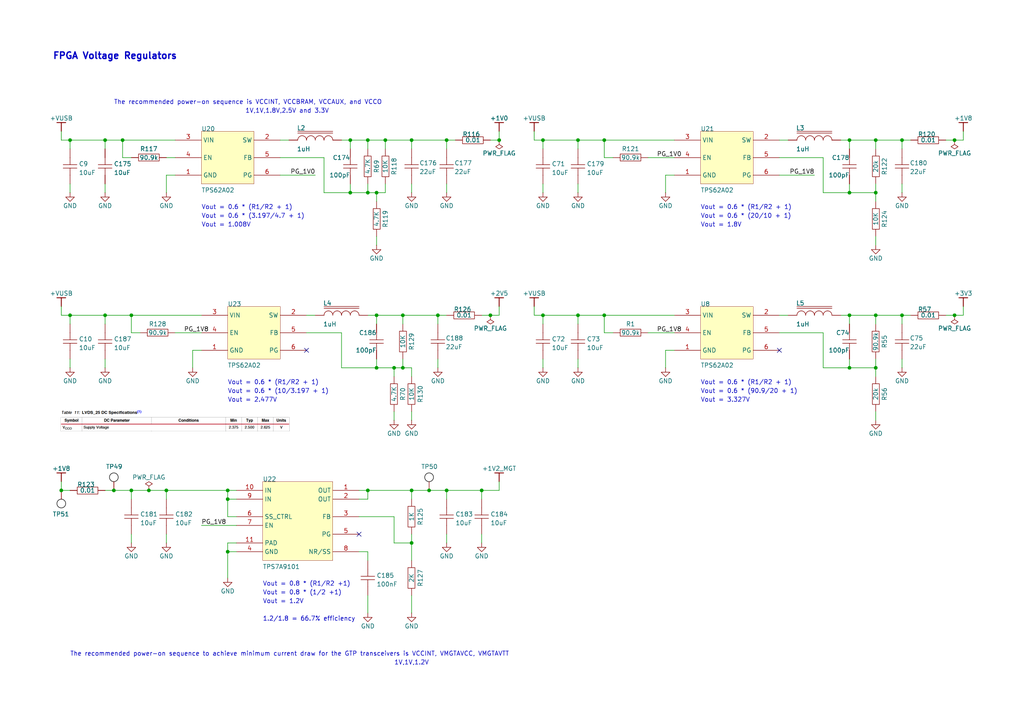
<source format=kicad_sch>
(kicad_sch (version 20250114) (generator "eeschema") (generator_version "9.0")
  (paper "A4")
  (title_block (title "ThunderScope") (rev "5") (company "EEVengers") (comment 1 "Aleksa Bjelogrlic"))
  (text "The recommended power-on sequence to achieve minimum current draw for the GTP transceivers is VCCINT, VMGTAVCC, VMGTAVTT" (at 20.32 190.5 0) (effects (font (size 1.27 1.27)) (justify left bottom)))
  (text "Vout = 0.8 * (1/2 +1)" (at 76.2 172.72 0) (effects (font (size 1.27 1.27)) (justify left bottom)))
  (text "Vout = 0.6 * (R1/R2 + 1)" (at 203.2 60.96 0) (effects (font (size 1.27 1.27)) (justify left bottom)))
  (text "Vout = 1.8V" (at 203.2 66.04 0) (effects (font (size 1.27 1.27)) (justify left bottom)))
  (text "FPGA Voltage Regulators" (at 15.24 15.24 0) (effects (font (size 1.905 1.905) (thickness 0.381) (bold yes)) (justify left top)))
  (text "Vout = 0.6 * (20/10 + 1)" (at 203.2 63.5 0) (effects (font (size 1.27 1.27)) (justify left bottom)))
  (text "Vout = 0.6 * (R1/R2 + 1)" (at 66.04 111.76 0) (effects (font (size 1.27 1.27)) (justify left bottom)))
  (text "Vout = 0.6 * (90.9/20 + 1)" (at 203.2 114.3 0) (effects (font (size 1.27 1.27)) (justify left bottom)))
  (text "Vout = 0.6 * (10/3.197 + 1)" (at 66.04 114.3 0) (effects (font (size 1.27 1.27)) (justify left bottom)))
  (text "Vout = 1.2V" (at 76.2 175.26 0) (effects (font (size 1.27 1.27)) (justify left bottom)))
  (text "1V,1V,1.2V" (at 119.38 193.04 0) (effects (font (size 1.27 1.27)) (justify bottom)))
  (text "Vout = 3.327V" (at 203.2 116.84 0) (effects (font (size 1.27 1.27)) (justify left bottom)))
  (text "Vout = 0.6 * (R1/R2 + 1)" (at 203.2 111.76 0) (effects (font (size 1.27 1.27)) (justify left bottom)))
  (text "Vout = 0.8 * (R1/R2 +1)" (at 76.2 170.18 0) (effects (font (size 1.27 1.27)) (justify left bottom)))
  (text "1.2/1.8 = 66.7% efficiency" (at 76.2 180.34 0) (effects (font (size 1.27 1.27) (thickness 0.1588)) (justify left bottom)))
  (text "Vout = 2.477V" (at 66.04 116.84 0) (effects (font (size 1.27 1.27)) (justify left bottom)))
  (text "The recommended power-on sequence is VCCINT, VCCBRAM, VCCAUX, and VCCO" (at 33.02 30.48 0) (effects (font (size 1.27 1.27)) (justify left bottom)))
  (text "Vout = 0.6 * (R1/R2 + 1)" (at 58.42 60.96 0) (effects (font (size 1.27 1.27)) (justify left bottom)))
  (text "Vout = 1.008V" (at 58.42 66.04 0) (effects (font (size 1.27 1.27)) (justify left bottom)))
  (text "1V,1V,1.8V,2.5V and 3.3V" (at 71.12 33.02 0) (effects (font (size 1.27 1.27)) (justify left bottom)))
  (text "Vout = 0.6 * (3.197/4.7 + 1)" (at 58.42 63.5 0) (effects (font (size 1.27 1.27)) (justify left bottom)))
  (junction (at 254 91.44))
  (junction (at 48.26 142.24))
  (junction (at 142.24 91.44))
  (junction (at 101.6 40.64))
  (junction (at 114.3 106.68))
  (junction (at 20.32 40.64))
  (junction (at 276.86 91.44))
  (junction (at 119.38 157.48))
  (junction (at 175.26 40.64))
  (junction (at 106.68 142.24))
  (junction (at 124.46 142.24))
  (junction (at 254 40.64))
  (junction (at 246.38 40.64))
  (junction (at 129.54 142.24))
  (junction (at 254 106.68))
  (junction (at 106.68 55.88))
  (junction (at 116.84 106.68))
  (junction (at 66.04 160.02))
  (junction (at 167.64 40.64))
  (junction (at 144.78 40.64))
  (junction (at 66.04 142.24))
  (junction (at 111.76 40.64))
  (junction (at 106.68 40.64))
  (junction (at 127 91.44))
  (junction (at 246.38 106.68))
  (junction (at 43.18 142.24))
  (junction (at 246.38 91.44))
  (junction (at 30.48 40.64))
  (junction (at 276.86 40.64))
  (junction (at 109.22 55.88))
  (junction (at 175.26 91.44))
  (junction (at 17.78 142.24))
  (junction (at 30.48 91.44))
  (junction (at 20.32 91.44))
  (junction (at 101.6 55.88))
  (junction (at 33.02 142.24))
  (junction (at 254 55.88))
  (junction (at 261.62 40.64))
  (junction (at 157.48 40.64))
  (junction (at 129.54 40.64))
  (junction (at 35.56 40.64))
  (junction (at 109.22 91.44))
  (junction (at 38.1 91.44))
  (junction (at 66.04 144.78))
  (junction (at 167.64 91.44))
  (junction (at 139.7 142.24))
  (junction (at 116.84 91.44))
  (junction (at 119.38 142.24))
  (junction (at 119.38 40.64))
  (junction (at 261.62 91.44))
  (junction (at 157.48 91.44))
  (junction (at 109.22 106.68))
  (junction (at 38.1 142.24))
  (junction (at 246.38 55.88))
  (no_connect (at 226.06 101.6))
  (no_connect (at 88.9 101.6))
  (no_connect (at 104.14 154.94))
  (wire (pts (xy 30.48 91.44) (xy 30.48 93.98)))
  (wire (pts (xy 129.54 40.64) (xy 132.08 40.64)))
  (wire (pts (xy 119.38 109.22) (xy 119.38 106.68)))
  (wire (pts (xy 20.32 55.88) (xy 20.32 53.34)))
  (wire (pts (xy 238.76 106.68) (xy 238.76 96.52)))
  (wire (pts (xy 246.38 104.14) (xy 246.38 106.68)))
  (wire (pts (xy 66.04 157.48) (xy 66.04 160.02)))
  (wire (pts (xy 254 55.88) (xy 254 53.34)))
  (wire (pts (xy 20.32 40.64) (xy 30.48 40.64)))
  (wire (pts (xy 157.48 106.68) (xy 157.48 104.14)))
  (wire (pts (xy 30.48 106.68) (xy 30.48 104.14)))
  (wire (pts (xy 35.56 45.72) (xy 38.1 45.72)))
  (wire (pts (xy 109.22 104.14) (xy 109.22 106.68)))
  (wire (pts (xy 167.64 55.88) (xy 167.64 53.34)))
  (wire (pts (xy 254 106.68) (xy 254 104.14)))
  (wire (pts (xy 246.38 55.88) (xy 238.76 55.88)))
  (wire (pts (xy 238.76 45.72) (xy 226.06 45.72)))
  (wire (pts (xy 261.62 55.88) (xy 261.62 53.34)))
  (wire (pts (xy 99.06 106.68) (xy 99.06 96.52)))
  (wire (pts (xy 38.1 96.52) (xy 40.64 96.52)))
  (wire (pts (xy 109.22 106.68) (xy 114.3 106.68)))
  (wire (pts (xy 66.04 160.02) (xy 66.04 167.64)))
  (wire (pts (xy 48.26 50.8) (xy 50.8 50.8)))
  (wire (pts (xy 187.96 45.72) (xy 195.58 45.72)))
  (wire (pts (xy 175.26 91.44) (xy 167.64 91.44)))
  (wire (pts (xy 129.54 157.48) (xy 129.54 154.94)))
  (wire (pts (xy 157.48 55.88) (xy 157.48 53.34)))
  (wire (pts (xy 157.48 40.64) (xy 157.48 43.18)))
  (wire (pts (xy 66.04 142.24) (xy 68.58 142.24)))
  (wire (pts (xy 195.58 40.64) (xy 175.26 40.64)))
  (wire (pts (xy 20.32 40.64) (xy 20.32 43.18)))
  (wire (pts (xy 157.48 91.44) (xy 167.64 91.44)))
  (wire (pts (xy 17.78 38.1) (xy 17.78 40.64)))
  (wire (pts (xy 276.86 91.44) (xy 279.4 91.44)))
  (wire (pts (xy 48.26 55.88) (xy 48.26 50.8)))
  (wire (pts (xy 116.84 93.98) (xy 116.84 91.44)))
  (wire (pts (xy 127 106.68) (xy 127 104.14)))
  (wire (pts (xy 261.62 106.68) (xy 261.62 104.14)))
  (wire (pts (xy 276.86 40.64) (xy 279.4 40.64)))
  (wire (pts (xy 111.76 40.64) (xy 119.38 40.64)))
  (wire (pts (xy 279.4 91.44) (xy 279.4 88.9)))
  (wire (pts (xy 144.78 142.24) (xy 144.78 139.7)))
  (wire (pts (xy 109.22 58.42) (xy 109.22 55.88)))
  (wire (pts (xy 274.32 91.44) (xy 276.86 91.44)))
  (wire (pts (xy 167.64 91.44) (xy 167.64 93.98)))
  (wire (pts (xy 17.78 88.9) (xy 17.78 91.44)))
  (wire (pts (xy 119.38 172.72) (xy 119.38 177.8)))
  (wire (pts (xy 106.68 40.64) (xy 111.76 40.64)))
  (wire (pts (xy 101.6 55.88) (xy 93.98 55.88)))
  (wire (pts (xy 261.62 91.44) (xy 264.16 91.44)))
  (wire (pts (xy 274.32 40.64) (xy 276.86 40.64)))
  (wire (pts (xy 261.62 91.44) (xy 254 91.44)))
  (wire (pts (xy 254 91.44) (xy 246.38 91.44)))
  (wire (pts (xy 20.32 91.44) (xy 20.32 93.98)))
  (wire (pts (xy 119.38 55.88) (xy 119.38 53.34)))
  (wire (pts (xy 68.58 144.78) (xy 66.04 144.78)))
  (wire (pts (xy 30.48 40.64) (xy 35.56 40.64)))
  (wire (pts (xy 20.32 91.44) (xy 30.48 91.44)))
  (wire (pts (xy 109.22 93.98) (xy 109.22 91.44)))
  (wire (pts (xy 154.94 91.44) (xy 157.48 91.44)))
  (wire (pts (xy 48.26 142.24) (xy 66.04 142.24)))
  (wire (pts (xy 139.7 142.24) (xy 139.7 144.78)))
  (wire (pts (xy 106.68 40.64) (xy 106.68 43.18)))
  (wire (pts (xy 104.14 144.78) (xy 106.68 144.78)))
  (wire (pts (xy 68.58 157.48) (xy 66.04 157.48)))
  (wire (pts (xy 106.68 144.78) (xy 106.68 142.24)))
  (wire (pts (xy 127 91.44) (xy 129.54 91.44)))
  (wire (pts (xy 81.28 40.64) (xy 83.82 40.64)))
  (wire (pts (xy 38.1 157.48) (xy 38.1 154.94)))
  (wire (pts (xy 175.26 45.72) (xy 177.8 45.72)))
  (wire (pts (xy 99.06 96.52) (xy 88.9 96.52)))
  (wire (pts (xy 119.38 142.24) (xy 124.46 142.24)))
  (wire (pts (xy 254 58.42) (xy 254 55.88)))
  (wire (pts (xy 20.32 106.68) (xy 20.32 104.14)))
  (wire (pts (xy 246.38 106.68) (xy 238.76 106.68)))
  (wire (pts (xy 254 43.18) (xy 254 40.64)))
  (wire (pts (xy 106.68 160.02) (xy 106.68 162.56)))
  (wire (pts (xy 119.38 40.64) (xy 129.54 40.64)))
  (wire (pts (xy 254 40.64) (xy 246.38 40.64)))
  (wire (pts (xy 114.3 119.38) (xy 114.3 121.92)))
  (wire (pts (xy 114.3 149.86) (xy 114.3 157.48)))
  (wire (pts (xy 114.3 106.68) (xy 116.84 106.68)))
  (wire (pts (xy 104.14 149.86) (xy 114.3 149.86)))
  (wire (pts (xy 254 106.68) (xy 246.38 106.68)))
  (wire (pts (xy 119.38 157.48) (xy 119.38 162.56)))
  (wire (pts (xy 144.78 91.44) (xy 144.78 88.9)))
  (wire (pts (xy 33.02 142.24) (xy 38.1 142.24)))
  (wire (pts (xy 43.18 142.24) (xy 48.26 142.24)))
  (wire (pts (xy 106.68 142.24) (xy 119.38 142.24)))
  (wire (pts (xy 111.76 40.64) (xy 111.76 43.18)))
  (wire (pts (xy 66.04 149.86) (xy 66.04 144.78)))
  (wire (pts (xy 30.48 40.64) (xy 30.48 43.18)))
  (wire (pts (xy 157.48 40.64) (xy 167.64 40.64)))
  (wire (pts (xy 48.26 142.24) (xy 48.26 144.78)))
  (wire (pts (xy 17.78 91.44) (xy 20.32 91.44)))
  (wire (pts (xy 66.04 144.78) (xy 66.04 142.24)))
  (wire (pts (xy 30.48 142.24) (xy 33.02 142.24)))
  (wire (pts (xy 116.84 106.68) (xy 116.84 104.14)))
  (wire (pts (xy 154.94 40.64) (xy 157.48 40.64)))
  (wire (pts (xy 246.38 53.34) (xy 246.38 55.88)))
  (wire (pts (xy 139.7 142.24) (xy 144.78 142.24)))
  (wire (pts (xy 93.98 55.88) (xy 93.98 45.72)))
  (wire (pts (xy 139.7 91.44) (xy 142.24 91.44)))
  (wire (pts (xy 254 119.38) (xy 254 121.92)))
  (wire (pts (xy 193.04 55.88) (xy 193.04 50.8)))
  (wire (pts (xy 104.14 142.24) (xy 106.68 142.24)))
  (wire (pts (xy 193.04 50.8) (xy 195.58 50.8)))
  (wire (pts (xy 226.06 50.8) (xy 236.22 50.8)))
  (wire (pts (xy 81.28 50.8) (xy 91.44 50.8)))
  (wire (pts (xy 193.04 101.6) (xy 195.58 101.6)))
  (wire (pts (xy 38.1 91.44) (xy 30.48 91.44)))
  (wire (pts (xy 175.26 96.52) (xy 177.8 96.52)))
  (wire (pts (xy 246.38 91.44) (xy 243.84 91.44)))
  (wire (pts (xy 226.06 40.64) (xy 228.6 40.64)))
  (wire (pts (xy 58.42 91.44) (xy 38.1 91.44)))
  (wire (pts (xy 175.26 40.64) (xy 175.26 45.72)))
  (wire (pts (xy 101.6 43.18) (xy 101.6 40.64)))
  (wire (pts (xy 238.76 96.52) (xy 226.06 96.52)))
  (wire (pts (xy 175.26 91.44) (xy 175.26 96.52)))
  (wire (pts (xy 261.62 43.18) (xy 261.62 40.64)))
  (wire (pts (xy 106.68 91.44) (xy 109.22 91.44)))
  (wire (pts (xy 109.22 55.88) (xy 111.76 55.88)))
  (wire (pts (xy 195.58 96.52) (xy 187.96 96.52)))
  (wire (pts (xy 101.6 40.64) (xy 99.06 40.64)))
  (wire (pts (xy 129.54 142.24) (xy 139.7 142.24)))
  (wire (pts (xy 142.24 91.44) (xy 144.78 91.44)))
  (wire (pts (xy 38.1 142.24) (xy 43.18 142.24)))
  (wire (pts (xy 114.3 157.48) (xy 119.38 157.48)))
  (wire (pts (xy 101.6 55.88) (xy 106.68 55.88)))
  (wire (pts (xy 114.3 106.68) (xy 114.3 109.22)))
  (wire (pts (xy 127 93.98) (xy 127 91.44)))
  (wire (pts (xy 129.54 55.88) (xy 129.54 53.34)))
  (wire (pts (xy 38.1 91.44) (xy 38.1 96.52)))
  (wire (pts (xy 167.64 106.68) (xy 167.64 104.14)))
  (wire (pts (xy 261.62 93.98) (xy 261.62 91.44)))
  (wire (pts (xy 35.56 40.64) (xy 35.56 45.72)))
  (wire (pts (xy 154.94 88.9) (xy 154.94 91.44)))
  (wire (pts (xy 129.54 142.24) (xy 129.54 144.78)))
  (wire (pts (xy 20.32 142.24) (xy 17.78 142.24)))
  (wire (pts (xy 167.64 40.64) (xy 167.64 43.18)))
  (wire (pts (xy 254 55.88) (xy 246.38 55.88)))
  (wire (pts (xy 119.38 154.94) (xy 119.38 157.48)))
  (wire (pts (xy 254 109.22) (xy 254 106.68)))
  (wire (pts (xy 157.48 91.44) (xy 157.48 93.98)))
  (wire (pts (xy 261.62 40.64) (xy 264.16 40.64)))
  (wire (pts (xy 55.88 101.6) (xy 58.42 101.6)))
  (wire (pts (xy 238.76 55.88) (xy 238.76 45.72)))
  (wire (pts (xy 101.6 53.34) (xy 101.6 55.88)))
  (wire (pts (xy 142.24 40.64) (xy 144.78 40.64)))
  (wire (pts (xy 279.4 40.64) (xy 279.4 38.1)))
  (wire (pts (xy 254 68.58) (xy 254 71.12)))
  (wire (pts (xy 48.26 45.72) (xy 50.8 45.72)))
  (wire (pts (xy 109.22 91.44) (xy 116.84 91.44)))
  (wire (pts (xy 50.8 40.64) (xy 35.56 40.64)))
  (wire (pts (xy 154.94 38.1) (xy 154.94 40.64)))
  (wire (pts (xy 106.68 55.88) (xy 106.68 53.34)))
  (wire (pts (xy 48.26 157.48) (xy 48.26 154.94)))
  (wire (pts (xy 17.78 139.7) (xy 17.78 142.24)))
  (wire (pts (xy 58.42 152.4) (xy 68.58 152.4)))
  (wire (pts (xy 124.46 142.24) (xy 129.54 142.24)))
  (wire (pts (xy 38.1 144.78) (xy 38.1 142.24)))
  (wire (pts (xy 93.98 45.72) (xy 81.28 45.72)))
  (wire (pts (xy 144.78 40.64) (xy 144.78 38.1)))
  (wire (pts (xy 109.22 68.58) (xy 109.22 71.12)))
  (wire (pts (xy 58.42 96.52) (xy 50.8 96.52)))
  (wire (pts (xy 246.38 40.64) (xy 243.84 40.64)))
  (wire (pts (xy 119.38 43.18) (xy 119.38 40.64)))
  (wire (pts (xy 104.14 160.02) (xy 106.68 160.02)))
  (wire (pts (xy 106.68 55.88) (xy 109.22 55.88)))
  (wire (pts (xy 116.84 106.68) (xy 119.38 106.68)))
  (wire (pts (xy 55.88 106.68) (xy 55.88 101.6)))
  (wire (pts (xy 30.48 55.88) (xy 30.48 53.34)))
  (wire (pts (xy 261.62 40.64) (xy 254 40.64)))
  (wire (pts (xy 106.68 177.8) (xy 106.68 172.72)))
  (wire (pts (xy 226.06 91.44) (xy 228.6 91.44)))
  (wire (pts (xy 246.38 93.98) (xy 246.38 91.44)))
  (wire (pts (xy 99.06 106.68) (xy 109.22 106.68)))
  (wire (pts (xy 88.9 91.44) (xy 91.44 91.44)))
  (wire (pts (xy 129.54 43.18) (xy 129.54 40.64)))
  (wire (pts (xy 68.58 149.86) (xy 66.04 149.86)))
  (wire (pts (xy 175.26 40.64) (xy 167.64 40.64)))
  (wire (pts (xy 119.38 144.78) (xy 119.38 142.24)))
  (wire (pts (xy 119.38 119.38) (xy 119.38 121.92)))
  (wire (pts (xy 68.58 160.02) (xy 66.04 160.02)))
  (wire (pts (xy 17.78 40.64) (xy 20.32 40.64)))
  (wire (pts (xy 193.04 106.68) (xy 193.04 101.6)))
  (wire (pts (xy 246.38 43.18) (xy 246.38 40.64)))
  (wire (pts (xy 139.7 157.48) (xy 139.7 154.94)))
  (wire (pts (xy 111.76 55.88) (xy 111.76 53.34)))
  (wire (pts (xy 175.26 91.44) (xy 195.58 91.44)))
  (wire (pts (xy 101.6 40.64) (xy 106.68 40.64)))
  (wire (pts (xy 254 93.98) (xy 254 91.44)))
  (wire (pts (xy 116.84 91.44) (xy 127 91.44)))
  (image (at 50.8 121.92) (scale 0.271677))
  (label "PG_1V0" (at 91.44 50.8 180))
  (label "PG_1V8" (at 53.34 96.52 0))
  (label "PG_1V8" (at 58.42 152.4 0))
  (label "PG_1V8" (at 190.5 96.52 0))
  (label "PG_1V8" (at 236.22 50.8 180))
  (label "PG_1V0" (at 190.5 45.72 0))
  (symbol (lib_id "Thunderscope_Rev5:GND") (at 20.32 55.88 0) (unit 1)
    (property "Reference" "#PWR0298" (effects (hide yes)))
    (property "Value" "GND" (at 20.32 59.69 0))
    (property "Description" "Power symbol creates a global label with name \"GND\" , ground" (effects (hide yes)))
  )
  (symbol (lib_id "Thunderscope_Rev5:GND") (at 129.54 55.88 0) (unit 1)
    (property "Reference" "#PWR0495" (effects (hide yes)))
    (property "Value" "GND" (at 129.54 59.69 0))
    (property "Description" "Power symbol creates a global label with name \"GND\" , ground" (effects (hide yes)))
  )
  (symbol (lib_id "Thunderscope_Rev5:+1V0_BAR") (at 144.78 38.1 180) (unit 1)
    (property "Reference" "#PWR0494" (effects (hide yes)))
    (property "Value" "+1V0" (at 144.78 34.29 0))
    (property "Description" "Power symbol creates a global label with name '+1V0'" (effects (hide yes)))
  )
  (symbol (lib_id "Thunderscope_Rev5:IC BUCK TPS62A02") (at 203.2 88.9 0) (unit 1)
    (property "Reference" "U8" (at 203.2 88.9 0) (effects (justify left bottom)))
    (property "Value" "TPS62A02" (at 203.2 106.68 0) (effects (justify left bottom)))
    (property "Footprint" "Thunderscope_Rev5:TI_SOT563_DRL0006A" (effects (hide yes)))
    (property "SUPPLIER 1" "Texas Instruments" (effects (hide yes)))
    (property "SUPPLIER PART NUMBER 1" "TPS62A02DRLR" (effects (hide yes)))
    (property "HOUSE PART NUMBER" "TPS62A02DRLR" (effects (hide yes)))
    (property "MANUFACTURER" "Texas Instruments" (effects (hide yes)))
    (property "MANUFACTURER PART NUMBER" "TPS62A02DRLR" (effects (hide yes)))
  )
  (symbol (lib_id "Thunderscope_Rev5:+VUSB") (at 154.94 38.1 180) (unit 1)
    (property "Reference" "#PWR0287" (effects (hide yes)))
    (property "Value" "+VUSB" (at 154.94 34.29 0))
    (property "Description" "Power symbol creates a global label with name '+VUSB'" (effects (hide yes)))
  )
  (symbol (lib_id "Thunderscope_Rev5:RES 90.9K OHM 1% 1/16W 0402") (at 45.72 96.52 0) (unit 1)
    (property "Reference" "R128" (at 45.72 93.98 0))
    (property "Value" "90.9k" (at 45.72 96.52 0))
    (property "Footprint" "Thunderscope_Rev5:GEN_R_0402" (effects (hide yes)))
    (property "TOLERANCE" "1%" (effects (hide yes)))
    (property "PACKAGE" "0402" (effects (hide yes)))
    (property "SUPPLIER 1" "Mouser" (effects (hide yes)))
    (property "SUPPLIER PART NUMBER 1" "603-RC0402FR-0790K9L" (effects (hide yes)))
    (property "MANUFACTURER" "Yageo" (effects (hide yes)))
    (property "MANUFACTURER PART NUMBER" "RC0402FR-0790K9L" (effects (hide yes)))
  )
  (symbol (lib_id "power:PWR_FLAG") (at 144.78 40.64 180) (unit 1)
    (property "Reference" "#FLG012" (effects (hide yes)))
    (property "Value" "PWR_FLAG" (at 144.78 44.45 0))
    (property "Description" "Special symbol for telling ERC where power comes from" (effects (hide yes)))
  )
  (symbol (lib_id "Thunderscope_Rev5:RES 0.01 OHM 1% 1/4W 0603") (at 269.24 40.64 0) (unit 1)
    (property "Reference" "R120" (at 266.24 39.664 0) (effects (justify left bottom)))
    (property "Value" "0.01" (at 269.24 40.64 0))
    (property "Footprint" "Thunderscope_Rev5:GEN_R_0603" (effects (hide yes)))
    (property "TOLERANCE" "1%" (effects (hide yes)))
    (property "SUPPLIER 1" "Mouser" (effects (hide yes)))
    (property "SUPPLIER PART NUMBER 1" "754-RL0816T-R010-F" (effects (hide yes)))
    (property "PACKAGE" "0603" (effects (hide yes)))
    (property "HOUSE PART NUMBER" "R-0.01-0603-1%-001" (effects (hide yes)))
    (property "MANUFACTURER" "Susumu" (effects (hide yes)))
    (property "MANUFACTURER PART NUMBER" "RL0816T-R010-F" (effects (hide yes)))
  )
  (symbol (lib_id "Thunderscope_Rev5:CAP 10uF 25V X5R 0603") (at 20.32 99.06 0) (unit 1)
    (property "Reference" "C10" (at 22.86 99.06 0) (effects (justify left bottom)))
    (property "Value" "10uF" (at 22.86 101.6 0) (effects (justify left bottom)))
    (property "Footprint" "Thunderscope_Rev5:GEN_C_0603" (effects (hide yes)))
    (property "PACKAGE" "0402" (effects (hide yes)))
    (property "VOLTAGE RATING" "25V" (effects (hide yes)))
    (property "SUPPLIER 1" "Mouser" (effects (hide yes)))
    (property "SUPPLIER PART NUMBER 1" "81-GRM188R61E106MA3D" (effects (hide yes)))
    (property "MANUFACTURER" "Murata" (effects (hide yes)))
    (property "MANUFACTURER PART NUMBER" "GRM188R61E106MA73D" (effects (hide yes)))
  )
  (symbol (lib_id "Thunderscope_Rev5:GND") (at 114.3 121.92 0) (unit 1)
    (property "Reference" "#PWR0328" (effects (hide yes)))
    (property "Value" "GND" (at 114.3 125.73 0))
    (property "Description" "Power symbol creates a global label with name \"GND\" , ground" (effects (hide yes)))
  )
  (symbol (lib_id "Thunderscope_Rev5:RES 4.7K OHM 1% 1/10W 0402") (at 114.3 114.3 90) (unit 1)
    (property "Reference" "R70" (at 116.84 114.3 0))
    (property "Value" "4.7K" (at 114.3 114.3 0))
    (property "Footprint" "Thunderscope_Rev5:GEN_R_0402" (effects (hide yes)))
    (property "TOLERANCE" "1%" (effects (hide yes)))
    (property "PACKAGE" "0402" (effects (hide yes)))
    (property "SUPPLIER 1" "Mouser" (effects (hide yes)))
    (property "SUPPLIER PART NUMBER 1" "667-ERJ-2RKF4701X" (effects (hide yes)))
    (property "MANUFACTURER" "Panasonic" (effects (hide yes)))
    (property "MANUFACTURER PART NUMBER" "ERJ-2RKF4701X" (effects (hide yes)))
  )
  (symbol (lib_id "Thunderscope_Rev5:GND") (at 109.22 71.12 0) (unit 1)
    (property "Reference" "#PWR0460" (effects (hide yes)))
    (property "Value" "GND" (at 109.22 74.93 0))
    (property "Description" "Power symbol creates a global label with name \"GND\" , ground" (effects (hide yes)))
  )
  (symbol (lib_id "Thunderscope_Rev5:RES 0.01 OHM 1% 1/4W 0603") (at 137.16 40.64 0) (unit 1)
    (property "Reference" "R116" (at 134.16 39.664 0) (effects (justify left bottom)))
    (property "Value" "0.01" (at 137.16 40.64 0))
    (property "Footprint" "Thunderscope_Rev5:GEN_R_0603" (effects (hide yes)))
    (property "TOLERANCE" "1%" (effects (hide yes)))
    (property "SUPPLIER 1" "Mouser" (effects (hide yes)))
    (property "SUPPLIER PART NUMBER 1" "754-RL0816T-R010-F" (effects (hide yes)))
    (property "PACKAGE" "0603" (effects (hide yes)))
    (property "HOUSE PART NUMBER" "R-0.01-0603-1%-001" (effects (hide yes)))
    (property "MANUFACTURER" "Susumu" (effects (hide yes)))
    (property "MANUFACTURER PART NUMBER" "RL0816T-R010-F" (effects (hide yes)))
  )
  (symbol (lib_id "Thunderscope_Rev5:CAP 22uF 25V X5R 0805") (at 261.62 99.06 0) (unit 1)
    (property "Reference" "C75" (at 263.874 98.806 0) (effects (justify left bottom)))
    (property "Value" "22uF" (at 263.874 101.346 0) (effects (justify left bottom)))
    (property "Footprint" "Thunderscope_Rev5:GEN_C_0805" (effects (hide yes)))
    (property "PACKAGE" "0805" (effects (hide yes)))
    (property "VOLTAGE RATING" "25V" (effects (hide yes)))
    (property "SUPPLIER 1" "Mouser" (effects (hide yes)))
    (property "SUPPLIER PART NUMBER 1" "81-GRM21BR61E226ME4L" (effects (hide yes)))
    (property "HOUSE PART NUMBER" "C-22uF-0805-002" (effects (hide yes)))
    (property "MANUFACTURER" "Murata" (effects (hide yes)))
    (property "MANUFACTURER PART NUMBER" "GRM21BR61E226ME44L" (effects (hide yes)))
  )
  (symbol (lib_id "Thunderscope_Rev5:GND") (at 129.54 157.48 0) (unit 1)
    (property "Reference" "#PWR0487" (effects (hide yes)))
    (property "Value" "GND" (at 129.54 161.29 0))
    (property "Description" "Power symbol creates a global label with name \"GND\" , ground" (effects (hide yes)))
  )
  (symbol (lib_id "Thunderscope_Rev5:GND") (at 30.48 106.68 0) (unit 1)
    (property "Reference" "#PWR0463" (effects (hide yes)))
    (property "Value" "GND" (at 30.48 110.49 0))
    (property "Description" "Power symbol creates a global label with name \"GND\" , ground" (effects (hide yes)))
  )
  (symbol (lib_id "Thunderscope_Rev5:CAP 100nF 16V X7R 0402") (at 106.68 167.64 0) (unit 1)
    (property "Reference" "C185" (at 109.22 167.64 0) (effects (justify left bottom)))
    (property "Value" "100nF" (at 109.22 170.18 0) (effects (justify left bottom)))
    (property "Footprint" "Thunderscope_Rev5:GEN_C_0402" (effects (hide yes)))
    (property "PACKAGE" "0402" (effects (hide yes)))
    (property "VOLTAGE RATING" "16V" (effects (hide yes)))
    (property "SUPPLIER 1" "Mouser" (effects (hide yes)))
    (property "SUPPLIER PART NUMBER 1" "81-GCM155R71C104KA5D" (effects (hide yes)))
    (property "HOUSE PART NUMBER" "C-100nF-0402-002" (effects (hide yes)))
    (property "MANUFACTURER" "Murata" (effects (hide yes)))
    (property "MANUFACTURER PART NUMBER" "GCM155R71C104KA55D" (effects (hide yes)))
  )
  (symbol (lib_id "Thunderscope_Rev5:GND") (at 20.32 106.68 0) (unit 1)
    (property "Reference" "#PWR0301" (effects (hide yes)))
    (property "Value" "GND" (at 20.32 110.49 0))
    (property "Description" "Power symbol creates a global label with name \"GND\" , ground" (effects (hide yes)))
  )
  (symbol (lib_id "Thunderscope_Rev5:IC BUCK TPS62A02") (at 58.42 38.1 0) (unit 1)
    (property "Reference" "U20" (at 58.42 38.1 0) (effects (justify left bottom)))
    (property "Value" "TPS62A02" (at 58.42 55.88 0) (effects (justify left bottom)))
    (property "Footprint" "Thunderscope_Rev5:TI_SOT563_DRL0006A" (effects (hide yes)))
    (property "SUPPLIER 1" "Texas Instruments" (effects (hide yes)))
    (property "SUPPLIER PART NUMBER 1" "TPS62A02DRLR" (effects (hide yes)))
    (property "HOUSE PART NUMBER" "TPS62A02DRLR" (effects (hide yes)))
    (property "MANUFACTURER" "Texas Instruments" (effects (hide yes)))
    (property "MANUFACTURER PART NUMBER" "TPS62A02DRLR" (effects (hide yes)))
  )
  (symbol (lib_id "Thunderscope_Rev5:RES 20K OHM 1% 1/16W 0402") (at 254 114.3 0) (unit 1)
    (property "Reference" "R56" (at 256.54 114.3 90))
    (property "Value" "20k" (at 254 114.3 90))
    (property "Footprint" "Thunderscope_Rev5:GEN_R_0402" (effects (hide yes)))
    (property "TOLERANCE" "1%" (effects (hide yes)))
    (property "PACKAGE" "0402" (effects (hide yes)))
    (property "SUPPLIER 1" "Mouser" (effects (hide yes)))
    (property "SUPPLIER PART NUMBER 1" "603-RC0402FR-0720KL" (effects (hide yes)))
    (property "MANUFACTURER" "Yageo" (effects (hide yes)))
    (property "MANUFACTURER PART NUMBER" "RC0402FR-0720KL" (effects (hide yes)))
  )
  (symbol (lib_id "Thunderscope_Rev5:CAP 100pF 50V C0G 0402") (at 101.6 48.26 0) (unit 1)
    (property "Reference" "C174" (at 101.6 45.72 0) (effects (justify right)))
    (property "Value" "100pF" (at 101.6 50.8 0) (effects (justify right)))
    (property "Footprint" "Thunderscope_Rev5:GEN_C_0402" (effects (hide yes)))
    (property "PACKAGE" "0402" (effects (hide yes)))
    (property "TEMPERATURE COEFFICIENT" "C0G" (effects (hide yes)))
    (property "VOLTAGE RATING" "50V" (effects (hide yes)))
    (property "SUPPLIER 1" "Mouser" (effects (hide yes)))
    (property "SUPPLIER PART NUMBER 1" "81-GCM1555C1H101FA6D" (effects (hide yes)))
    (property "MANUFACTURER" "Murata" (effects (hide yes)))
    (property "MANUFACTURER PART NUMBER" "GCM1555C1H101FA16D" (effects (hide yes)))
  )
  (symbol (lib_id "Thunderscope_Rev5:RES 10K OHM 1% 1/10W 0402") (at 119.38 114.3 90) (unit 1)
    (property "Reference" "R130" (at 121.92 114.3 0))
    (property "Value" "10K" (at 119.38 114.3 0))
    (property "Footprint" "Thunderscope_Rev5:GEN_R_0402" (effects (hide yes)))
    (property "TOLERANCE" "1%" (effects (hide yes)))
    (property "PACKAGE" "0402" (effects (hide yes)))
    (property "SUPPLIER 1" "Mouser" (effects (hide yes)))
    (property "SUPPLIER PART NUMBER 1" "667-ERJ-2RKF1002X" (effects (hide yes)))
    (property "MANUFACTURER" "Panasonic" (effects (hide yes)))
    (property "MANUFACTURER PART NUMBER" "ERJ-2RKF1002X" (effects (hide yes)))
  )
  (symbol (lib_id "Thunderscope_Rev5:GND") (at 66.04 167.64 0) (unit 1)
    (property "Reference" "#PWR0482" (effects (hide yes)))
    (property "Value" "GND" (at 66.04 171.45 0))
    (property "Description" "Power symbol creates a global label with name \"GND\" , ground" (effects (hide yes)))
  )
  (symbol (lib_id "Thunderscope_Rev5:RES 4.7K OHM 1% 1/10W 0402") (at 106.68 48.26 90) (unit 1)
    (property "Reference" "R69" (at 109.22 48.26 0))
    (property "Value" "4.7K" (at 106.68 48.26 0))
    (property "Footprint" "Thunderscope_Rev5:GEN_R_0402" (effects (hide yes)))
    (property "TOLERANCE" "1%" (effects (hide yes)))
    (property "PACKAGE" "0402" (effects (hide yes)))
    (property "SUPPLIER 1" "Mouser" (effects (hide yes)))
    (property "SUPPLIER PART NUMBER 1" "667-ERJ-2RKF4701X" (effects (hide yes)))
    (property "MANUFACTURER" "Panasonic" (effects (hide yes)))
    (property "MANUFACTURER PART NUMBER" "ERJ-2RKF4701X" (effects (hide yes)))
  )
  (symbol (lib_id "Thunderscope_Rev5:RES 1K OHM 1% 1/10W 0402") (at 119.38 149.86 0) (unit 1)
    (property "Reference" "R125" (at 121.92 149.86 90))
    (property "Value" "1K" (at 119.38 149.86 90))
    (property "Footprint" "Thunderscope_Rev5:GEN_R_0402" (effects (hide yes)))
    (property "TOLERANCE" "1%" (effects (hide yes)))
    (property "PACKAGE" "0402" (effects (hide yes)))
    (property "SUPPLIER 1" "Mouser" (effects (hide yes)))
    (property "SUPPLIER PART NUMBER 1" "603-RC0402FR-071KL" (effects (hide yes)))
    (property "HOUSE PART NUMBER" "R-1K-0402-1%-001" (effects (hide yes)))
    (property "MANUFACTURER" "Yageo" (effects (hide yes)))
    (property "MANUFACTURER PART NUMBER" "RC0402FR-071KL" (effects (hide yes)))
  )
  (symbol (lib_id "Thunderscope_Rev5:CAP 10uF 25V X5R 0603") (at 48.26 149.86 0) (unit 1)
    (property "Reference" "C182" (at 50.8 149.86 0) (effects (justify left bottom)))
    (property "Value" "10uF" (at 50.8 152.4 0) (effects (justify left bottom)))
    (property "Footprint" "Thunderscope_Rev5:GEN_C_0603" (effects (hide yes)))
    (property "PACKAGE" "0402" (effects (hide yes)))
    (property "VOLTAGE RATING" "25V" (effects (hide yes)))
    (property "SUPPLIER 1" "Mouser" (effects (hide yes)))
    (property "SUPPLIER PART NUMBER 1" "81-GRM188R61E106MA3D" (effects (hide yes)))
    (property "MANUFACTURER" "Murata" (effects (hide yes)))
    (property "MANUFACTURER PART NUMBER" "GRM188R61E106MA73D" (effects (hide yes)))
  )
  (symbol (lib_id "Thunderscope_Rev5:GND") (at 139.7 157.48 0) (unit 1)
    (property "Reference" "#PWR0486" (effects (hide yes)))
    (property "Value" "GND" (at 139.7 161.29 0))
    (property "Description" "Power symbol creates a global label with name \"GND\" , ground" (effects (hide yes)))
  )
  (symbol (lib_id "Thunderscope_Rev5:CAP 100pF 50V C0G 0402") (at 246.38 48.26 0) (unit 1)
    (property "Reference" "C178" (at 246.38 45.72 0) (effects (justify right)))
    (property "Value" "100pF" (at 246.38 50.8 0) (effects (justify right)))
    (property "Footprint" "Thunderscope_Rev5:GEN_C_0402" (effects (hide yes)))
    (property "PACKAGE" "0402" (effects (hide yes)))
    (property "TEMPERATURE COEFFICIENT" "C0G" (effects (hide yes)))
    (property "VOLTAGE RATING" "50V" (effects (hide yes)))
    (property "SUPPLIER 1" "Mouser" (effects (hide yes)))
    (property "SUPPLIER PART NUMBER 1" "81-GCM1555C1H101FA6D" (effects (hide yes)))
    (property "MANUFACTURER" "Murata" (effects (hide yes)))
    (property "MANUFACTURER PART NUMBER" "GCM1555C1H101FA16D" (effects (hide yes)))
  )
  (symbol (lib_id "Thunderscope_Rev5:GND") (at 48.26 55.88 0) (unit 1)
    (property "Reference" "#PWR0471" (effects (hide yes)))
    (property "Value" "GND" (at 48.26 59.69 0))
    (property "Description" "Power symbol creates a global label with name \"GND\" , ground" (effects (hide yes)))
  )
  (symbol (lib_id "Thunderscope_Rev5:+1V8_BAR") (at 279.4 38.1 180) (unit 1)
    (property "Reference" "#PWR0490" (effects (hide yes)))
    (property "Value" "+1V8" (at 279.4 34.29 0))
    (property "Description" "Power symbol creates a global label with name '+1V8'" (effects (hide yes)))
  )
  (symbol (lib_id "power:PWR_FLAG") (at 276.86 40.64 180) (unit 1)
    (property "Reference" "#FLG013" (effects (hide yes)))
    (property "Value" "PWR_FLAG" (at 276.86 44.45 0))
    (property "Description" "Special symbol for telling ERC where power comes from" (effects (hide yes)))
  )
  (symbol (lib_id "Thunderscope_Rev5:RES 0.01 OHM 1% 1/4W 0603") (at 25.4 142.24 0) (unit 1)
    (property "Reference" "R123" (at 22.4 141.264 0) (effects (justify left bottom)))
    (property "Value" "0.01" (at 25.4 142.24 0))
    (property "Footprint" "Thunderscope_Rev5:GEN_R_0603" (effects (hide yes)))
    (property "TOLERANCE" "1%" (effects (hide yes)))
    (property "SUPPLIER 1" "Mouser" (effects (hide yes)))
    (property "SUPPLIER PART NUMBER 1" "754-RL0816T-R010-F" (effects (hide yes)))
    (property "PACKAGE" "0603" (effects (hide yes)))
    (property "HOUSE PART NUMBER" "R-0.01-0603-1%-001" (effects (hide yes)))
    (property "MANUFACTURER" "Susumu" (effects (hide yes)))
    (property "MANUFACTURER PART NUMBER" "RL0816T-R010-F" (effects (hide yes)))
  )
  (symbol (lib_id "Thunderscope_Rev5:IND 1uH 5.5A 32 MOHM 1210") (at 99.06 91.44 0) (unit 1)
    (property "Reference" "L4" (at 93.726 88.646 0) (effects (justify left bottom)))
    (property "Value" "1uH" (at 93.726 94.742 0) (effects (justify left bottom)))
    (property "Footprint" "Thunderscope_Rev5:GEN_L_1210" (effects (hide yes)))
    (property "SUPPLIER 1" "Mouser" (effects (hide yes)))
    (property "SUPPLIER PART NUMBER 1" "652-SRP3212-1R0M" (effects (hide yes)))
    (property "HOUSE PART NUMBER" "SRP3212-1R0M" (effects (hide yes)))
    (property "MANUFACTURER" "Bourns" (effects (hide yes)))
    (property "MANUFACTURER PART NUMBER" "SRP3212-1R0M" (effects (hide yes)))
  )
  (symbol (lib_id "Thunderscope_Rev5:TP PCB 1mm") (at 124.46 142.24 90) (unit 1) (in_bom no)
    (property "Reference" "TP50" (at 127 134.62 90) (effects (justify left bottom)))
    (property "Value" "PCB" (effects (hide yes)))
    (property "Footprint" "Thunderscope_Rev5:GEN_TP_PCB" (effects (hide yes)))
  )
  (symbol (lib_id "Thunderscope_Rev5:RES 90.9K OHM 1% 1/16W 0402") (at 182.88 96.52 0) (unit 1)
    (property "Reference" "R1" (at 182.88 93.98 0))
    (property "Value" "90.9k" (at 182.88 96.52 0))
    (property "Footprint" "Thunderscope_Rev5:GEN_R_0402" (effects (hide yes)))
    (property "TOLERANCE" "1%" (effects (hide yes)))
    (property "PACKAGE" "0402" (effects (hide yes)))
    (property "SUPPLIER 1" "Mouser" (effects (hide yes)))
    (property "SUPPLIER PART NUMBER 1" "603-RC0402FR-0790K9L" (effects (hide yes)))
    (property "MANUFACTURER" "Yageo" (effects (hide yes)))
    (property "MANUFACTURER PART NUMBER" "RC0402FR-0790K9L" (effects (hide yes)))
  )
  (symbol (lib_id "Thunderscope_Rev5:GND") (at 55.88 106.68 0) (unit 1)
    (property "Reference" "#PWR0465" (effects (hide yes)))
    (property "Value" "GND" (at 55.88 110.49 0))
    (property "Description" "Power symbol creates a global label with name \"GND\" , ground" (effects (hide yes)))
  )
  (symbol (lib_id "Thunderscope_Rev5:CAP 10uF 25V X5R 0603") (at 20.32 48.26 0) (unit 1)
    (property "Reference" "C9" (at 22.86 48.26 0) (effects (justify left bottom)))
    (property "Value" "10uF" (at 22.86 50.8 0) (effects (justify left bottom)))
    (property "Footprint" "Thunderscope_Rev5:GEN_C_0603" (effects (hide yes)))
    (property "PACKAGE" "0402" (effects (hide yes)))
    (property "VOLTAGE RATING" "25V" (effects (hide yes)))
    (property "SUPPLIER 1" "Mouser" (effects (hide yes)))
    (property "SUPPLIER PART NUMBER 1" "81-GRM188R61E106MA3D" (effects (hide yes)))
    (property "MANUFACTURER" "Murata" (effects (hide yes)))
    (property "MANUFACTURER PART NUMBER" "GRM188R61E106MA73D" (effects (hide yes)))
  )
  (symbol (lib_id "Thunderscope_Rev5:CAP 10uF 25V X5R 0603") (at 139.7 149.86 0) (unit 1)
    (property "Reference" "C184" (at 142.24 149.86 0) (effects (justify left bottom)))
    (property "Value" "10uF" (at 142.24 152.4 0) (effects (justify left bottom)))
    (property "Footprint" "Thunderscope_Rev5:GEN_C_0603" (effects (hide yes)))
    (property "PACKAGE" "0402" (effects (hide yes)))
    (property "VOLTAGE RATING" "25V" (effects (hide yes)))
    (property "SUPPLIER 1" "Mouser" (effects (hide yes)))
    (property "SUPPLIER PART NUMBER 1" "81-GRM188R61E106MA3D" (effects (hide yes)))
    (property "MANUFACTURER" "Murata" (effects (hide yes)))
    (property "MANUFACTURER PART NUMBER" "GRM188R61E106MA73D" (effects (hide yes)))
  )
  (symbol (lib_id "Thunderscope_Rev5:IND 1uH 5.5A 32 MOHM 1210") (at 236.22 40.64 0) (unit 1)
    (property "Reference" "L3" (at 230.886 37.846 0) (effects (justify left bottom)))
    (property "Value" "1uH" (at 230.886 43.942 0) (effects (justify left bottom)))
    (property "Footprint" "Thunderscope_Rev5:GEN_L_1210" (effects (hide yes)))
    (property "SUPPLIER 1" "Mouser" (effects (hide yes)))
    (property "SUPPLIER PART NUMBER 1" "652-SRP3212-1R0M" (effects (hide yes)))
    (property "HOUSE PART NUMBER" "SRP3212-1R0M" (effects (hide yes)))
    (property "MANUFACTURER" "Bourns" (effects (hide yes)))
    (property "MANUFACTURER PART NUMBER" "SRP3212-1R0M" (effects (hide yes)))
  )
  (symbol (lib_id "Thunderscope_Rev5:GND") (at 254 121.92 0) (unit 1)
    (property "Reference" "#PWR0294" (effects (hide yes)))
    (property "Value" "GND" (at 254 125.73 0))
    (property "Description" "Power symbol creates a global label with name \"GND\" , ground" (effects (hide yes)))
  )
  (symbol (lib_id "Thunderscope_Rev5:TP PCB 1mm") (at 33.02 142.24 90) (unit 1) (in_bom no)
    (property "Reference" "TP49" (at 35.56 134.62 90) (effects (justify left bottom)))
    (property "Value" "PCB" (effects (hide yes)))
    (property "Footprint" "Thunderscope_Rev5:GEN_TP_PCB" (effects (hide yes)))
  )
  (symbol (lib_id "Thunderscope_Rev5:CAP 22uF 25V X5R 0805") (at 261.62 48.26 0) (unit 1)
    (property "Reference" "C180" (at 263.874 48.006 0) (effects (justify left bottom)))
    (property "Value" "22uF" (at 263.874 50.546 0) (effects (justify left bottom)))
    (property "Footprint" "Thunderscope_Rev5:GEN_C_0805" (effects (hide yes)))
    (property "PACKAGE" "0805" (effects (hide yes)))
    (property "VOLTAGE RATING" "25V" (effects (hide yes)))
    (property "SUPPLIER 1" "Mouser" (effects (hide yes)))
    (property "SUPPLIER PART NUMBER 1" "81-GRM21BR61E226ME4L" (effects (hide yes)))
    (property "HOUSE PART NUMBER" "C-22uF-0805-002" (effects (hide yes)))
    (property "MANUFACTURER" "Murata" (effects (hide yes)))
    (property "MANUFACTURER PART NUMBER" "GRM21BR61E226ME44L" (effects (hide yes)))
  )
  (symbol (lib_id "Thunderscope_Rev5:GND") (at 167.64 106.68 0) (unit 1)
    (property "Reference" "#PWR0291" (effects (hide yes)))
    (property "Value" "GND" (at 167.64 110.49 0))
    (property "Description" "Power symbol creates a global label with name \"GND\" , ground" (effects (hide yes)))
  )
  (symbol (lib_id "Thunderscope_Rev5:GND") (at 157.48 55.88 0) (unit 1)
    (property "Reference" "#PWR0299" (effects (hide yes)))
    (property "Value" "GND" (at 157.48 59.69 0))
    (property "Description" "Power symbol creates a global label with name \"GND\" , ground" (effects (hide yes)))
  )
  (symbol (lib_id "Thunderscope_Rev5:RES 10K OHM 1% 1/10W 0402") (at 116.84 99.06 270) (unit 1)
    (property "Reference" "R129" (at 119.38 99.06 0))
    (property "Value" "10K" (at 116.84 99.06 0))
    (property "Footprint" "Thunderscope_Rev5:GEN_R_0402" (effects (hide yes)))
    (property "TOLERANCE" "1%" (effects (hide yes)))
    (property "PACKAGE" "0402" (effects (hide yes)))
    (property "SUPPLIER 1" "Mouser" (effects (hide yes)))
    (property "SUPPLIER PART NUMBER 1" "667-ERJ-2RKF1002X" (effects (hide yes)))
    (property "MANUFACTURER" "Panasonic" (effects (hide yes)))
    (property "MANUFACTURER PART NUMBER" "ERJ-2RKF1002X" (effects (hide yes)))
  )
  (symbol (lib_id "Thunderscope_Rev5:RES 90.9K OHM 1% 1/16W 0402") (at 43.18 45.72 0) (unit 1)
    (property "Reference" "R117" (at 43.18 43.18 0))
    (property "Value" "90.9k" (at 43.18 45.72 0))
    (property "Footprint" "Thunderscope_Rev5:GEN_R_0402" (effects (hide yes)))
    (property "TOLERANCE" "1%" (effects (hide yes)))
    (property "PACKAGE" "0402" (effects (hide yes)))
    (property "SUPPLIER 1" "Mouser" (effects (hide yes)))
    (property "SUPPLIER PART NUMBER 1" "603-RC0402FR-0790K9L" (effects (hide yes)))
    (property "MANUFACTURER" "Yageo" (effects (hide yes)))
    (property "MANUFACTURER PART NUMBER" "RC0402FR-0790K9L" (effects (hide yes)))
  )
  (symbol (lib_id "Thunderscope_Rev5:CAP 22uF 25V X5R 0805") (at 119.38 48.26 0) (unit 1)
    (property "Reference" "C176" (at 121.634 48.006 0) (effects (justify left bottom)))
    (property "Value" "22uF" (at 121.634 50.546 0) (effects (justify left bottom)))
    (property "Footprint" "Thunderscope_Rev5:GEN_C_0805" (effects (hide yes)))
    (property "PACKAGE" "0805" (effects (hide yes)))
    (property "VOLTAGE RATING" "25V" (effects (hide yes)))
    (property "SUPPLIER 1" "Mouser" (effects (hide yes)))
    (property "SUPPLIER PART NUMBER 1" "81-GRM21BR61E226ME4L" (effects (hide yes)))
    (property "HOUSE PART NUMBER" "C-22uF-0805-002" (effects (hide yes)))
    (property "MANUFACTURER" "Murata" (effects (hide yes)))
    (property "MANUFACTURER PART NUMBER" "GRM21BR61E226ME44L" (effects (hide yes)))
  )
  (symbol (lib_id "Thunderscope_Rev5:CAP 10uF 25V X5R 0603") (at 30.48 99.06 0) (unit 1)
    (property "Reference" "C187" (at 33.02 99.06 0) (effects (justify left bottom)))
    (property "Value" "10uF" (at 33.02 101.6 0) (effects (justify left bottom)))
    (property "Footprint" "Thunderscope_Rev5:GEN_C_0603" (effects (hide yes)))
    (property "PACKAGE" "0402" (effects (hide yes)))
    (property "VOLTAGE RATING" "25V" (effects (hide yes)))
    (property "SUPPLIER 1" "Mouser" (effects (hide yes)))
    (property "SUPPLIER PART NUMBER 1" "81-GRM188R61E106MA3D" (effects (hide yes)))
    (property "MANUFACTURER" "Murata" (effects (hide yes)))
    (property "MANUFACTURER PART NUMBER" "GRM188R61E106MA73D" (effects (hide yes)))
  )
  (symbol (lib_id "Thunderscope_Rev5:GND") (at 193.04 55.88 0) (unit 1)
    (property "Reference" "#PWR0473" (effects (hide yes)))
    (property "Value" "GND" (at 193.04 59.69 0))
    (property "Description" "Power symbol creates a global label with name \"GND\" , ground" (effects (hide yes)))
  )
  (symbol (lib_id "Thunderscope_Rev5:GND") (at 157.48 106.68 0) (unit 1)
    (property "Reference" "#PWR0300" (effects (hide yes)))
    (property "Value" "GND" (at 157.48 110.49 0))
    (property "Description" "Power symbol creates a global label with name \"GND\" , ground" (effects (hide yes)))
  )
  (symbol (lib_id "Thunderscope_Rev5:GND") (at 119.38 121.92 0) (unit 1)
    (property "Reference" "#PWR0467" (effects (hide yes)))
    (property "Value" "GND" (at 119.38 125.73 0))
    (property "Description" "Power symbol creates a global label with name \"GND\" , ground" (effects (hide yes)))
  )
  (symbol (lib_id "Thunderscope_Rev5:GND") (at 30.48 55.88 0) (unit 1)
    (property "Reference" "#PWR0472" (effects (hide yes)))
    (property "Value" "GND" (at 30.48 59.69 0))
    (property "Description" "Power symbol creates a global label with name \"GND\" , ground" (effects (hide yes)))
  )
  (symbol (lib_id "Thunderscope_Rev5:CAP 10uF 25V X5R 0603") (at 129.54 149.86 0) (unit 1)
    (property "Reference" "C183" (at 132.08 149.86 0) (effects (justify left bottom)))
    (property "Value" "10uF" (at 132.08 152.4 0) (effects (justify left bottom)))
    (property "Footprint" "Thunderscope_Rev5:GEN_C_0603" (effects (hide yes)))
    (property "PACKAGE" "0402" (effects (hide yes)))
    (property "VOLTAGE RATING" "25V" (effects (hide yes)))
    (property "SUPPLIER 1" "Mouser" (effects (hide yes)))
    (property "SUPPLIER PART NUMBER 1" "81-GRM188R61E106MA3D" (effects (hide yes)))
    (property "MANUFACTURER" "Murata" (effects (hide yes)))
    (property "MANUFACTURER PART NUMBER" "GRM188R61E106MA73D" (effects (hide yes)))
  )
  (symbol (lib_id "Thunderscope_Rev5:GND") (at 167.64 55.88 0) (unit 1)
    (property "Reference" "#PWR0468" (effects (hide yes)))
    (property "Value" "GND" (at 167.64 59.69 0))
    (property "Description" "Power symbol creates a global label with name \"GND\" , ground" (effects (hide yes)))
  )
  (symbol (lib_id "Thunderscope_Rev5:+3V3_BAR") (at 279.4 88.9 180) (unit 1)
    (property "Reference" "#PWR0296" (effects (hide yes)))
    (property "Value" "+3V3" (at 279.4 85.09 0))
    (property "Description" "Power symbol creates a global label with name '+3V3'" (effects (hide yes)))
  )
  (symbol (lib_id "Thunderscope_Rev5:+2V5_BAR") (at 144.78 88.9 180) (unit 1)
    (property "Reference" "#PWR0496" (effects (hide yes)))
    (property "Value" "+2V5" (at 144.78 85.09 0))
    (property "Description" "Power symbol creates a global label with name '+2V5'" (effects (hide yes)))
  )
  (symbol (lib_id "Thunderscope_Rev5:+VUSB") (at 17.78 88.9 180) (unit 1)
    (property "Reference" "#PWR0289" (effects (hide yes)))
    (property "Value" "+VUSB" (at 17.78 85.09 0))
    (property "Description" "Power symbol creates a global label with name '+VUSB'" (effects (hide yes)))
  )
  (symbol (lib_id "Thunderscope_Rev5:GND") (at 38.1 157.48 0) (unit 1)
    (property "Reference" "#PWR0478" (effects (hide yes)))
    (property "Value" "GND" (at 38.1 161.29 0))
    (property "Description" "Power symbol creates a global label with name \"GND\" , ground" (effects (hide yes)))
  )
  (symbol (lib_id "Thunderscope_Rev5:IC BUCK TPS62A02") (at 66.04 88.9 0) (unit 1)
    (property "Reference" "U23" (at 66.04 88.9 0) (effects (justify left bottom)))
    (property "Value" "TPS62A02" (at 66.04 106.68 0) (effects (justify left bottom)))
    (property "Footprint" "Thunderscope_Rev5:TI_SOT563_DRL0006A" (effects (hide yes)))
    (property "SUPPLIER 1" "Texas Instruments" (effects (hide yes)))
    (property "SUPPLIER PART NUMBER 1" "TPS62A02DRLR" (effects (hide yes)))
    (property "HOUSE PART NUMBER" "TPS62A02DRLR" (effects (hide yes)))
    (property "MANUFACTURER" "Texas Instruments" (effects (hide yes)))
    (property "MANUFACTURER PART NUMBER" "TPS62A02DRLR" (effects (hide yes)))
  )
  (symbol (lib_id "Thunderscope_Rev5:IND 1uH 5.5A 32 MOHM 1210") (at 236.22 91.44 0) (unit 1)
    (property "Reference" "L5" (at 230.886 88.646 0) (effects (justify left bottom)))
    (property "Value" "1uH" (at 230.886 94.742 0) (effects (justify left bottom)))
    (property "Footprint" "Thunderscope_Rev5:GEN_L_1210" (effects (hide yes)))
    (property "SUPPLIER 1" "Mouser" (effects (hide yes)))
    (property "SUPPLIER PART NUMBER 1" "652-SRP3212-1R0M" (effects (hide yes)))
    (property "HOUSE PART NUMBER" "SRP3212-1R0M" (effects (hide yes)))
    (property "MANUFACTURER" "Bourns" (effects (hide yes)))
    (property "MANUFACTURER PART NUMBER" "SRP3212-1R0M" (effects (hide yes)))
  )
  (symbol (lib_id "Thunderscope_Rev5:RES 2K OHM 1% 1/16W 0402") (at 119.38 167.64 90) (unit 1)
    (property "Reference" "R127" (at 121.92 167.64 0))
    (property "Value" "2K" (at 119.38 167.64 0))
    (property "Footprint" "Thunderscope_Rev5:GEN_R_0402" (effects (hide yes)))
    (property "TOLERANCE" "1%" (effects (hide yes)))
    (property "PACKAGE" "0402" (effects (hide yes)))
    (property "SUPPLIER 1" "Mouser" (effects (hide yes)))
    (property "SUPPLIER PART NUMBER 1" "603-RC0402FR-072KL" (effects (hide yes)))
    (property "MANUFACTURER" "Yageo" (effects (hide yes)))
    (property "MANUFACTURER PART NUMBER" "RC0402FR-072KL" (effects (hide yes)))
  )
  (symbol (lib_id "Thunderscope_Rev5:CAP 100pF 50V C0G 0402") (at 246.38 99.06 0) (unit 1)
    (property "Reference" "C74" (at 246.38 96.52 0) (effects (justify right)))
    (property "Value" "100pF" (at 246.38 101.6 0) (effects (justify right)))
    (property "Footprint" "Thunderscope_Rev5:GEN_C_0402" (effects (hide yes)))
    (property "PACKAGE" "0402" (effects (hide yes)))
    (property "TEMPERATURE COEFFICIENT" "C0G" (effects (hide yes)))
    (property "VOLTAGE RATING" "50V" (effects (hide yes)))
    (property "SUPPLIER 1" "Mouser" (effects (hide yes)))
    (property "SUPPLIER PART NUMBER 1" "81-GCM1555C1H101FA6D" (effects (hide yes)))
    (property "MANUFACTURER" "Murata" (effects (hide yes)))
    (property "MANUFACTURER PART NUMBER" "GCM1555C1H101FA16D" (effects (hide yes)))
  )
  (symbol (lib_id "Thunderscope_Rev5:GND") (at 261.62 106.68 0) (unit 1)
    (property "Reference" "#PWR0295" (effects (hide yes)))
    (property "Value" "GND" (at 261.62 110.49 0))
    (property "Description" "Power symbol creates a global label with name \"GND\" , ground" (effects (hide yes)))
  )
  (symbol (lib_id "power:PWR_FLAG") (at 276.86 91.44 180) (unit 1)
    (property "Reference" "#FLG015" (effects (hide yes)))
    (property "Value" "PWR_FLAG" (at 276.86 95.25 0))
    (property "Description" "Special symbol for telling ERC where power comes from" (effects (hide yes)))
  )
  (symbol (lib_id "Thunderscope_Rev5:RES 10K OHM 1% 1/10W 0402") (at 254 63.5 270) (unit 1)
    (property "Reference" "R124" (at 256.54 63.5 0))
    (property "Value" "10K" (at 254 63.5 0))
    (property "Footprint" "Thunderscope_Rev5:GEN_R_0402" (effects (hide yes)))
    (property "TOLERANCE" "1%" (effects (hide yes)))
    (property "PACKAGE" "0402" (effects (hide yes)))
    (property "SUPPLIER 1" "Mouser" (effects (hide yes)))
    (property "SUPPLIER PART NUMBER 1" "667-ERJ-2RKF1002X" (effects (hide yes)))
    (property "MANUFACTURER" "Panasonic" (effects (hide yes)))
    (property "MANUFACTURER PART NUMBER" "ERJ-2RKF1002X" (effects (hide yes)))
  )
  (symbol (lib_id "Thunderscope_Rev5:GND") (at 106.68 177.8 0) (unit 1)
    (property "Reference" "#PWR0480" (effects (hide yes)))
    (property "Value" "GND" (at 106.68 181.61 0))
    (property "Description" "Power symbol creates a global label with name \"GND\" , ground" (effects (hide yes)))
  )
  (symbol (lib_id "Thunderscope_Rev5:RES 90.9K OHM 1% 1/16W 0402") (at 182.88 45.72 0) (unit 1)
    (property "Reference" "R121" (at 182.88 43.18 0))
    (property "Value" "90.9k" (at 182.88 45.72 0))
    (property "Footprint" "Thunderscope_Rev5:GEN_R_0402" (effects (hide yes)))
    (property "TOLERANCE" "1%" (effects (hide yes)))
    (property "PACKAGE" "0402" (effects (hide yes)))
    (property "SUPPLIER 1" "Mouser" (effects (hide yes)))
    (property "SUPPLIER PART NUMBER 1" "603-RC0402FR-0790K9L" (effects (hide yes)))
    (property "MANUFACTURER" "Yageo" (effects (hide yes)))
    (property "MANUFACTURER PART NUMBER" "RC0402FR-0790K9L" (effects (hide yes)))
  )
  (symbol (lib_id "Thunderscope_Rev5:GND") (at 119.38 177.8 0) (unit 1)
    (property "Reference" "#PWR0481" (effects (hide yes)))
    (property "Value" "GND" (at 119.38 181.61 0))
    (property "Description" "Power symbol creates a global label with name \"GND\" , ground" (effects (hide yes)))
  )
  (symbol (lib_id "Thunderscope_Rev5:IC LDO TPS7A9101") (at 86.36 149.86 0) (unit 1)
    (property "Reference" "U22" (at 76.2 139.7 0) (effects (justify left bottom)))
    (property "Value" "TPS7A9101" (at 76.2 165.1 0) (effects (justify left bottom)))
    (property "Footprint" "Thunderscope_Rev5:TI_WSON10_DSK0010A" (effects (hide yes)))
    (property "SUPPLIER 1" "Texas Instruments" (effects (hide yes)))
    (property "SUPPLIER PART NUMBER 1" "TPS7A9101DSKR" (effects (hide yes)))
    (property "MANUFACTURER" "Texas Instruments" (effects (hide yes)))
    (property "MANUFACTURER PART NUMBER" "TPS7A9101DSKR" (effects (hide yes)))
  )
  (symbol (lib_id "Thunderscope_Rev5:RES 4.7K OHM 1% 1/10W 0402") (at 109.22 63.5 270) (unit 1)
    (property "Reference" "R119" (at 111.76 63.5 0))
    (property "Value" "4.7K" (at 109.22 63.5 0))
    (property "Footprint" "Thunderscope_Rev5:GEN_R_0402" (effects (hide yes)))
    (property "TOLERANCE" "1%" (effects (hide yes)))
    (property "PACKAGE" "0402" (effects (hide yes)))
    (property "SUPPLIER 1" "Mouser" (effects (hide yes)))
    (property "SUPPLIER PART NUMBER 1" "667-ERJ-2RKF4701X" (effects (hide yes)))
    (property "MANUFACTURER" "Panasonic" (effects (hide yes)))
    (property "MANUFACTURER PART NUMBER" "ERJ-2RKF4701X" (effects (hide yes)))
  )
  (symbol (lib_id "Thunderscope_Rev5:GND") (at 127 106.68 0) (unit 1)
    (property "Reference" "#PWR0492" (effects (hide yes)))
    (property "Value" "GND" (at 127 110.49 0))
    (property "Description" "Power symbol creates a global label with name \"GND\" , ground" (effects (hide yes)))
  )
  (symbol (lib_id "Thunderscope_Rev5:CAP 10uF 25V X5R 0603") (at 38.1 149.86 0) (unit 1)
    (property "Reference" "C181" (at 40.64 149.86 0) (effects (justify left bottom)))
    (property "Value" "10uF" (at 40.64 152.4 0) (effects (justify left bottom)))
    (property "Footprint" "Thunderscope_Rev5:GEN_C_0603" (effects (hide yes)))
    (property "PACKAGE" "0402" (effects (hide yes)))
    (property "VOLTAGE RATING" "25V" (effects (hide yes)))
    (property "SUPPLIER 1" "Mouser" (effects (hide yes)))
    (property "SUPPLIER PART NUMBER 1" "81-GRM188R61E106MA3D" (effects (hide yes)))
    (property "MANUFACTURER" "Murata" (effects (hide yes)))
    (property "MANUFACTURER PART NUMBER" "GRM188R61E106MA73D" (effects (hide yes)))
  )
  (symbol (lib_id "power:PWR_FLAG") (at 43.18 142.24 0) (unit 1)
    (property "Reference" "#FLG016" (effects (hide yes)))
    (property "Value" "PWR_FLAG" (at 43.18 138.43 0))
    (property "Description" "Special symbol for telling ERC where power comes from" (effects (hide yes)))
  )
  (symbol (lib_id "Thunderscope_Rev5:GND") (at 261.62 55.88 0) (unit 1)
    (property "Reference" "#PWR0491" (effects (hide yes)))
    (property "Value" "GND" (at 261.62 59.69 0))
    (property "Description" "Power symbol creates a global label with name \"GND\" , ground" (effects (hide yes)))
  )
  (symbol (lib_id "Thunderscope_Rev5:GND") (at 254 71.12 0) (unit 1)
    (property "Reference" "#PWR0461" (effects (hide yes)))
    (property "Value" "GND" (at 254 74.93 0))
    (property "Description" "Power symbol creates a global label with name \"GND\" , ground" (effects (hide yes)))
  )
  (symbol (lib_id "Thunderscope_Rev5:GND") (at 193.04 106.68 0) (unit 1)
    (property "Reference" "#PWR0293" (effects (hide yes)))
    (property "Value" "GND" (at 193.04 110.49 0))
    (property "Description" "Power symbol creates a global label with name \"GND\" , ground" (effects (hide yes)))
  )
  (symbol (lib_id "Thunderscope_Rev5:RES 90.9K OHM 1% 1/16W 0402") (at 254 99.06 90) (unit 1)
    (property "Reference" "R55" (at 256.54 99.06 0))
    (property "Value" "90.9k" (at 254 99.06 0))
    (property "Footprint" "Thunderscope_Rev5:GEN_R_0402" (effects (hide yes)))
    (property "TOLERANCE" "1%" (effects (hide yes)))
    (property "PACKAGE" "0402" (effects (hide yes)))
    (property "SUPPLIER 1" "Mouser" (effects (hide yes)))
    (property "SUPPLIER PART NUMBER 1" "603-RC0402FR-0790K9L" (effects (hide yes)))
    (property "MANUFACTURER" "Yageo" (effects (hide yes)))
    (property "MANUFACTURER PART NUMBER" "RC0402FR-0790K9L" (effects (hide yes)))
  )
  (symbol (lib_id "Thunderscope_Rev5:RES 0.01 OHM 1% 1/4W 0603") (at 269.24 91.44 0) (unit 1)
    (property "Reference" "R57" (at 266.24 90.464 0) (effects (justify left bottom)))
    (property "Value" "0.01" (at 269.24 91.44 0))
    (property "Footprint" "Thunderscope_Rev5:GEN_R_0603" (effects (hide yes)))
    (property "TOLERANCE" "1%" (effects (hide yes)))
    (property "SUPPLIER 1" "Mouser" (effects (hide yes)))
    (property "SUPPLIER PART NUMBER 1" "754-RL0816T-R010-F" (effects (hide yes)))
    (property "PACKAGE" "0603" (effects (hide yes)))
    (property "HOUSE PART NUMBER" "R-0.01-0603-1%-001" (effects (hide yes)))
    (property "MANUFACTURER" "Susumu" (effects (hide yes)))
    (property "MANUFACTURER PART NUMBER" "RL0816T-R010-F" (effects (hide yes)))
  )
  (symbol (lib_id "Thunderscope_Rev5:RES 20K OHM 1% 1/16W 0402") (at 254 48.26 0) (unit 1)
    (property "Reference" "R122" (at 256.54 48.26 90))
    (property "Value" "20k" (at 254 48.26 90))
    (property "Footprint" "Thunderscope_Rev5:GEN_R_0402" (effects (hide yes)))
    (property "TOLERANCE" "1%" (effects (hide yes)))
    (property "PACKAGE" "0402" (effects (hide yes)))
    (property "SUPPLIER 1" "Mouser" (effects (hide yes)))
    (property "SUPPLIER PART NUMBER 1" "603-RC0402FR-0720KL" (effects (hide yes)))
    (property "MANUFACTURER" "Yageo" (effects (hide yes)))
    (property "MANUFACTURER PART NUMBER" "RC0402FR-0720KL" (effects (hide yes)))
  )
  (symbol (lib_id "Thunderscope_Rev5:IC BUCK TPS62A02") (at 203.2 38.1 0) (unit 1)
    (property "Reference" "U21" (at 203.2 38.1 0) (effects (justify left bottom)))
    (property "Value" "TPS62A02" (at 203.2 55.88 0) (effects (justify left bottom)))
    (property "Footprint" "Thunderscope_Rev5:TI_SOT563_DRL0006A" (effects (hide yes)))
    (property "SUPPLIER 1" "Texas Instruments" (effects (hide yes)))
    (property "SUPPLIER PART NUMBER 1" "TPS62A02DRLR" (effects (hide yes)))
    (property "HOUSE PART NUMBER" "TPS62A02DRLR" (effects (hide yes)))
    (property "MANUFACTURER" "Texas Instruments" (effects (hide yes)))
    (property "MANUFACTURER PART NUMBER" "TPS62A02DRLR" (effects (hide yes)))
  )
  (symbol (lib_id "Thunderscope_Rev5:GND") (at 48.26 157.48 0) (unit 1)
    (property "Reference" "#PWR0479" (effects (hide yes)))
    (property "Value" "GND" (at 48.26 161.29 0))
    (property "Description" "Power symbol creates a global label with name \"GND\" , ground" (effects (hide yes)))
  )
  (symbol (lib_id "Thunderscope_Rev5:+VUSB") (at 17.78 38.1 180) (unit 1)
    (property "Reference" "#PWR0285" (effects (hide yes)))
    (property "Value" "+VUSB" (at 17.78 34.29 0))
    (property "Description" "Power symbol creates a global label with name '+VUSB'" (effects (hide yes)))
  )
  (symbol (lib_id "Thunderscope_Rev5:GND") (at 119.38 55.88 0) (unit 1)
    (property "Reference" "#PWR0489" (effects (hide yes)))
    (property "Value" "GND" (at 119.38 59.69 0))
    (property "Description" "Power symbol creates a global label with name \"GND\" , ground" (effects (hide yes)))
  )
  (symbol (lib_id "Thunderscope_Rev5:CAP 10uF 25V X5R 0603") (at 157.48 48.26 0) (unit 1)
    (property "Reference" "C71" (at 160.02 48.26 0) (effects (justify left bottom)))
    (property "Value" "10uF" (at 160.02 50.8 0) (effects (justify left bottom)))
    (property "Footprint" "Thunderscope_Rev5:GEN_C_0603" (effects (hide yes)))
    (property "PACKAGE" "0402" (effects (hide yes)))
    (property "VOLTAGE RATING" "25V" (effects (hide yes)))
    (property "SUPPLIER 1" "Mouser" (effects (hide yes)))
    (property "SUPPLIER PART NUMBER 1" "81-GRM188R61E106MA3D" (effects (hide yes)))
    (property "MANUFACTURER" "Murata" (effects (hide yes)))
    (property "MANUFACTURER PART NUMBER" "GRM188R61E106MA73D" (effects (hide yes)))
  )
  (symbol (lib_id "Thunderscope_Rev5:RES 10K OHM 1% 1/10W 0402") (at 111.76 48.26 270) (unit 1)
    (property "Reference" "R118" (at 114.3 48.26 0))
    (property "Value" "10K" (at 111.76 48.26 0))
    (property "Footprint" "Thunderscope_Rev5:GEN_R_0402" (effects (hide yes)))
    (property "TOLERANCE" "1%" (effects (hide yes)))
    (property "PACKAGE" "0402" (effects (hide yes)))
    (property "SUPPLIER 1" "Mouser" (effects (hide yes)))
    (property "SUPPLIER PART NUMBER 1" "667-ERJ-2RKF1002X" (effects (hide yes)))
    (property "MANUFACTURER" "Panasonic" (effects (hide yes)))
    (property "MANUFACTURER PART NUMBER" "ERJ-2RKF1002X" (effects (hide yes)))
  )
  (symbol (lib_id "Thunderscope_Rev5:IND 1uH 5.5A 32 MOHM 1210") (at 91.44 40.64 0) (unit 1)
    (property "Reference" "L2" (at 86.106 37.846 0) (effects (justify left bottom)))
    (property "Value" "1uH" (at 86.106 43.942 0) (effects (justify left bottom)))
    (property "Footprint" "Thunderscope_Rev5:GEN_L_1210" (effects (hide yes)))
    (property "SUPPLIER 1" "Mouser" (effects (hide yes)))
    (property "SUPPLIER PART NUMBER 1" "652-SRP3212-1R0M" (effects (hide yes)))
    (property "HOUSE PART NUMBER" "SRP3212-1R0M" (effects (hide yes)))
    (property "MANUFACTURER" "Bourns" (effects (hide yes)))
    (property "MANUFACTURER PART NUMBER" "SRP3212-1R0M" (effects (hide yes)))
  )
  (symbol (lib_id "Thunderscope_Rev5:CAP 100pF 50V C0G 0402") (at 109.22 99.06 0) (unit 1)
    (property "Reference" "C186" (at 109.22 96.52 0) (effects (justify right)))
    (property "Value" "100pF" (at 109.22 101.6 0) (effects (justify right)))
    (property "Footprint" "Thunderscope_Rev5:GEN_C_0402" (effects (hide yes)))
    (property "PACKAGE" "0402" (effects (hide yes)))
    (property "TEMPERATURE COEFFICIENT" "C0G" (effects (hide yes)))
    (property "VOLTAGE RATING" "50V" (effects (hide yes)))
    (property "SUPPLIER 1" "Mouser" (effects (hide yes)))
    (property "SUPPLIER PART NUMBER 1" "81-GCM1555C1H101FA6D" (effects (hide yes)))
    (property "MANUFACTURER" "Murata" (effects (hide yes)))
    (property "MANUFACTURER PART NUMBER" "GCM1555C1H101FA16D" (effects (hide yes)))
  )
  (symbol (lib_id "Thunderscope_Rev5:+1V2_MGT_BAR") (at 144.78 139.7 180) (unit 1)
    (property "Reference" "#PWR0483" (effects (hide yes)))
    (property "Value" "+1V2_MGT" (at 144.78 135.89 0))
    (property "Description" "Power symbol creates a global label with name '+1V2_MGT'" (effects (hide yes)))
  )
  (symbol (lib_id "Thunderscope_Rev5:CAP 10uF 25V X5R 0603") (at 167.64 48.26 0) (unit 1)
    (property "Reference" "C179" (at 170.18 48.26 0) (effects (justify left bottom)))
    (property "Value" "10uF" (at 170.18 50.8 0) (effects (justify left bottom)))
    (property "Footprint" "Thunderscope_Rev5:GEN_C_0603" (effects (hide yes)))
    (property "PACKAGE" "0402" (effects (hide yes)))
    (property "VOLTAGE RATING" "25V" (effects (hide yes)))
    (property "SUPPLIER 1" "Mouser" (effects (hide yes)))
    (property "SUPPLIER PART NUMBER 1" "81-GRM188R61E106MA3D" (effects (hide yes)))
    (property "MANUFACTURER" "Murata" (effects (hide yes)))
    (property "MANUFACTURER PART NUMBER" "GRM188R61E106MA73D" (effects (hide yes)))
  )
  (symbol (lib_id "Thunderscope_Rev5:+1V8_BAR") (at 17.78 139.7 180) (unit 1)
    (property "Reference" "#PWR0493" (effects (hide yes)))
    (property "Value" "+1V8" (at 17.78 135.89 0))
    (property "Description" "Power symbol creates a global label with name '+1V8'" (effects (hide yes)))
  )
  (symbol (lib_id "Thunderscope_Rev5:TP PCB 1mm") (at 17.78 142.24 270) (unit 1) (in_bom no)
    (property "Reference" "TP51" (at 15.24 149.86 90) (effects (justify left bottom)))
    (property "Value" "PCB" (effects (hide yes)))
    (property "Footprint" "Thunderscope_Rev5:GEN_TP_PCB" (effects (hide yes)))
  )
  (symbol (lib_id "Thunderscope_Rev5:CAP 10uF 25V X5R 0603") (at 30.48 48.26 0) (unit 1)
    (property "Reference" "C175" (at 33.02 48.26 0) (effects (justify left bottom)))
    (property "Value" "10uF" (at 33.02 50.8 0) (effects (justify left bottom)))
    (property "Footprint" "Thunderscope_Rev5:GEN_C_0603" (effects (hide yes)))
    (property "PACKAGE" "0402" (effects (hide yes)))
    (property "VOLTAGE RATING" "25V" (effects (hide yes)))
    (property "SUPPLIER 1" "Mouser" (effects (hide yes)))
    (property "SUPPLIER PART NUMBER 1" "81-GRM188R61E106MA3D" (effects (hide yes)))
    (property "MANUFACTURER" "Murata" (effects (hide yes)))
    (property "MANUFACTURER PART NUMBER" "GRM188R61E106MA73D" (effects (hide yes)))
  )
  (symbol (lib_id "power:PWR_FLAG") (at 142.24 91.44 180) (unit 1)
    (property "Reference" "#FLG014" (effects (hide yes)))
    (property "Value" "PWR_FLAG" (at 142.24 95.25 0))
    (property "Description" "Special symbol for telling ERC where power comes from" (effects (hide yes)))
  )
  (symbol (lib_id "Thunderscope_Rev5:CAP 22uF 25V X5R 0805") (at 129.54 48.26 0) (unit 1)
    (property "Reference" "C177" (at 131.794 48.006 0) (effects (justify left bottom)))
    (property "Value" "22uF" (at 131.794 50.546 0) (effects (justify left bottom)))
    (property "Footprint" "Thunderscope_Rev5:GEN_C_0805" (effects (hide yes)))
    (property "PACKAGE" "0805" (effects (hide yes)))
    (property "VOLTAGE RATING" "25V" (effects (hide yes)))
    (property "SUPPLIER 1" "Mouser" (effects (hide yes)))
    (property "SUPPLIER PART NUMBER 1" "81-GRM21BR61E226ME4L" (effects (hide yes)))
    (property "HOUSE PART NUMBER" "C-22uF-0805-002" (effects (hide yes)))
    (property "MANUFACTURER" "Murata" (effects (hide yes)))
    (property "MANUFACTURER PART NUMBER" "GRM21BR61E226ME44L" (effects (hide yes)))
  )
  (symbol (lib_id "Thunderscope_Rev5:CAP 10uF 25V X5R 0603") (at 157.48 99.06 0) (unit 1)
    (property "Reference" "C72" (at 160.02 99.06 0) (effects (justify left bottom)))
    (property "Value" "10uF" (at 160.02 101.6 0) (effects (justify left bottom)))
    (property "Footprint" "Thunderscope_Rev5:GEN_C_0603" (effects (hide yes)))
    (property "PACKAGE" "0402" (effects (hide yes)))
    (property "VOLTAGE RATING" "25V" (effects (hide yes)))
    (property "SUPPLIER 1" "Mouser" (effects (hide yes)))
    (property "SUPPLIER PART NUMBER 1" "81-GRM188R61E106MA3D" (effects (hide yes)))
    (property "MANUFACTURER" "Murata" (effects (hide yes)))
    (property "MANUFACTURER PART NUMBER" "GRM188R61E106MA73D" (effects (hide yes)))
  )
  (symbol (lib_id "Thunderscope_Rev5:CAP 10uF 25V X5R 0603") (at 167.64 99.06 0) (unit 1)
    (property "Reference" "C73" (at 170.18 99.06 0) (effects (justify left bottom)))
    (property "Value" "10uF" (at 170.18 101.6 0) (effects (justify left bottom)))
    (property "Footprint" "Thunderscope_Rev5:GEN_C_0603" (effects (hide yes)))
    (property "PACKAGE" "0402" (effects (hide yes)))
    (property "VOLTAGE RATING" "25V" (effects (hide yes)))
    (property "SUPPLIER 1" "Mouser" (effects (hide yes)))
    (property "SUPPLIER PART NUMBER 1" "81-GRM188R61E106MA3D" (effects (hide yes)))
    (property "MANUFACTURER" "Murata" (effects (hide yes)))
    (property "MANUFACTURER PART NUMBER" "GRM188R61E106MA73D" (effects (hide yes)))
  )
  (symbol (lib_id "Thunderscope_Rev5:+VUSB") (at 154.94 88.9 180) (unit 1)
    (property "Reference" "#PWR0290" (effects (hide yes)))
    (property "Value" "+VUSB" (at 154.94 85.09 0))
    (property "Description" "Power symbol creates a global label with name '+VUSB'" (effects (hide yes)))
  )
  (symbol (lib_id "Thunderscope_Rev5:RES 0.01 OHM 1% 1/4W 0603") (at 134.62 91.44 0) (unit 1)
    (property "Reference" "R126" (at 131.62 90.464 0) (effects (justify left bottom)))
    (property "Value" "0.01" (at 134.62 91.44 0))
    (property "Footprint" "Thunderscope_Rev5:GEN_R_0603" (effects (hide yes)))
    (property "TOLERANCE" "1%" (effects (hide yes)))
    (property "SUPPLIER 1" "Mouser" (effects (hide yes)))
    (property "SUPPLIER PART NUMBER 1" "754-RL0816T-R010-F" (effects (hide yes)))
    (property "PACKAGE" "0603" (effects (hide yes)))
    (property "HOUSE PART NUMBER" "R-0.01-0603-1%-001" (effects (hide yes)))
    (property "MANUFACTURER" "Susumu" (effects (hide yes)))
    (property "MANUFACTURER PART NUMBER" "RL0816T-R010-F" (effects (hide yes)))
  )
  (symbol (lib_id "Thunderscope_Rev5:CAP 22uF 25V X5R 0805") (at 127 99.06 0) (unit 1)
    (property "Reference" "C188" (at 129.254 98.806 0) (effects (justify left bottom)))
    (property "Value" "22uF" (at 129.254 101.346 0) (effects (justify left bottom)))
    (property "Footprint" "Thunderscope_Rev5:GEN_C_0805" (effects (hide yes)))
    (property "PACKAGE" "0805" (effects (hide yes)))
    (property "VOLTAGE RATING" "25V" (effects (hide yes)))
    (property "SUPPLIER 1" "Mouser" (effects (hide yes)))
    (property "SUPPLIER PART NUMBER 1" "81-GRM21BR61E226ME4L" (effects (hide yes)))
    (property "HOUSE PART NUMBER" "C-22uF-0805-002" (effects (hide yes)))
    (property "MANUFACTURER" "Murata" (effects (hide yes)))
    (property "MANUFACTURER PART NUMBER" "GRM21BR61E226ME44L" (effects (hide yes)))
  )
)
</source>
